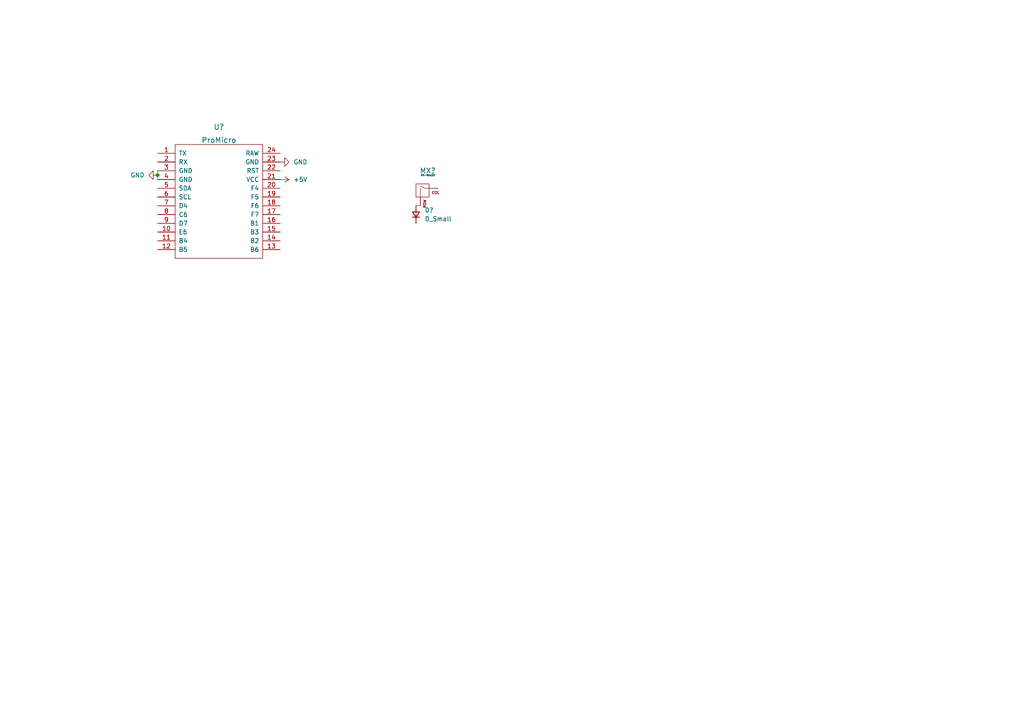
<source format=kicad_sch>
(kicad_sch (version 20211123) (generator eeschema)
  (paper "A4")
  (lib_symbols
    (symbol "Device:D_Small" (pin_numbers hide) (pin_names (offset 0.254) hide)
      (property "Reference" "D" (at -1.27 2.032 0))
      (property "Value" "D_Small" (at -3.81 -2.032 0))
      (symbol "D_Small_0_1"
        (polyline (pts (xy -0.762 -1.016) (xy -0.762 1.016)) (stroke (width 0.254)))
        (polyline (pts (xy -0.762 0) (xy 0.762 0)))
        (polyline (pts (xy 0.762 -1.016) (xy -0.762 0) (xy 0.762 1.016) (xy 0.762 -1.016)) (stroke (width 0.254)))
      )
      (symbol "D_Small_1_1"
        (pin passive line (at -2.54 0 0) (length 1.778) (name "K") (number "1"))
        (pin passive line (at 2.54 0 180) (length 1.778) (name "A") (number "2"))
      )
    )
    (symbol "MX_Alps_Hybrid:MX-NoLED" (pin_names (offset 1.016))
      (property "Reference" "MX" (at -0.635 3.81 0))
      (property "Value" "MX-NoLED" (at -0.635 1.27 0))
      (symbol "MX-NoLED_0_0"
        (rectangle (start -2.54 2.54) (end 1.27 -1.27))
        (polyline (pts (xy -1.27 -1.27) (xy -1.27 1.27)) (stroke (width 0.127)))
        (polyline (pts (xy 1.27 1.27) (xy 0 1.27) (xy -1.27 1.905)) (stroke (width 0.127)))
        (text "COL" (at 3.175 0 0) (effects (font (size 0.762 0.762))))
        (text "ROW" (at 0 -1.905 900) (effects (font (size 0.762 0.762)) (justify right)))
      )
      (symbol "MX-NoLED_1_1"
        (pin passive line (at 3.81 1.27 180) (length 2.54) (name "COL") (number "1"))
        (pin passive line (at -1.27 -3.81 90) (length 2.54) (name "ROW") (number "2"))
      )
    )
    (symbol "power:+5V" (power) (pin_names (offset 0))
      (property "Value" "+5V" (at 0 3.556 0))
      (symbol "+5V_0_1"
        (polyline (pts (xy -0.762 1.27) (xy 0 2.54)))
        (polyline (pts (xy 0 0) (xy 0 2.54)))
        (polyline (pts (xy 0 2.54) (xy 0.762 1.27)))
      )
      (symbol "+5V_1_1"
        (pin power_in line (at 0 0 90) (length 0) hide (name "+5V") (number "1"))
      )
    )
    (symbol "power:GND" (power) (pin_names (offset 0))
      (property "Value" "GND" (at 0 -3.81 0))
      (symbol "GND_0_1"
        (polyline (pts (xy 0 0) (xy 0 -1.27) (xy 1.27 -1.27) (xy 0 -2.54) (xy -1.27 -1.27) (xy 0 -1.27)))
      )
      (symbol "GND_1_1"
        (pin power_in line (at 0 0 270) (length 0) hide (name "GND") (number "1"))
      )
    )
    (symbol "promicro:ProMicro" (pin_names (offset 1.016))
      (property "Reference" "U" (at 0 24.13 0))
      (property "Value" "ProMicro" (at 0 -13.97 0))
      (symbol "ProMicro_0_1"
        (rectangle (start -12.7 21.59) (end 12.7 -11.43))
      )
      (symbol "ProMicro_1_1"
        (pin bidirectional line (at -17.78 19.05 0) (length 5.08) (name "TX") (number "1"))
        (pin bidirectional line (at -17.78 -3.81 0) (length 5.08) (name "E6") (number "10"))
        (pin bidirectional line (at -17.78 -6.35 0) (length 5.08) (name "B4") (number "11"))
        (pin bidirectional line (at -17.78 -8.89 0) (length 5.08) (name "B5") (number "12"))
        (pin bidirectional line (at 17.78 -8.89 180) (length 5.08) (name "B6") (number "13"))
        (pin bidirectional line (at 17.78 -6.35 180) (length 5.08) (name "B2") (number "14"))
        (pin bidirectional line (at 17.78 -3.81 180) (length 5.08) (name "B3") (number "15"))
        (pin bidirectional line (at 17.78 -1.27 180) (length 5.08) (name "B1") (number "16"))
        (pin bidirectional line (at 17.78 1.27 180) (length 5.08) (name "F7") (number "17"))
        (pin bidirectional line (at 17.78 3.81 180) (length 5.08) (name "F6") (number "18"))
        (pin bidirectional line (at 17.78 6.35 180) (length 5.08) (name "F5") (number "19"))
        (pin bidirectional line (at -17.78 16.51 0) (length 5.08) (name "RX") (number "2"))
        (pin bidirectional line (at 17.78 8.89 180) (length 5.08) (name "F4") (number "20"))
        (pin power_in line (at 17.78 11.43 180) (length 5.08) (name "VCC") (number "21"))
        (pin input line (at 17.78 13.97 180) (length 5.08) (name "RST") (number "22"))
        (pin power_in line (at 17.78 16.51 180) (length 5.08) (name "GND") (number "23"))
        (pin power_out line (at 17.78 19.05 180) (length 5.08) (name "RAW") (number "24"))
        (pin power_in line (at -17.78 13.97 0) (length 5.08) (name "GND") (number "3"))
        (pin power_in line (at -17.78 11.43 0) (length 5.08) (name "GND") (number "4"))
        (pin bidirectional line (at -17.78 8.89 0) (length 5.08) (name "SDA") (number "5"))
        (pin bidirectional line (at -17.78 6.35 0) (length 5.08) (name "SCL") (number "6"))
        (pin bidirectional line (at -17.78 3.81 0) (length 5.08) (name "D4") (number "7"))
        (pin bidirectional line (at -17.78 1.27 0) (length 5.08) (name "C6") (number "8"))
        (pin bidirectional line (at -17.78 -1.27 0) (length 5.08) (name "D7") (number "9"))
      )
    )
  )
  (junction (at 45.72 50.8))
  (wire (pts (xy 45.72 50.8) (xy 45.72 52.07)))
  (wire (pts (xy 45.72 49.53) (xy 45.72 50.8)))
  (wire (pts (xy 120.65 59.69) (xy 121.92 59.69)))
  (symbol (lib_id "power:+5V") (at 81.28 52.07 270) (unit 1)
    (property "Reference" "#PWR?" (effects hide))
    (property "Value" "+5V" (at 85.09 52.0699 90) (effects (justify left)))
  )
  (symbol (lib_id "power:GND") (at 45.72 50.8 270) (unit 1)
    (property "Reference" "#PWR?" (effects hide))
    (property "Value" "GND" (at 41.91 50.7999 90) (effects (justify right)))
  )
  (symbol (lib_id "MX_Alps_Hybrid:MX-NoLED") (at 123.19 55.88 0) (unit 1)
    (property "Reference" "MX?" (at 124.0756 49.53 0) (effects (font (size 1.524 1.524))))
    (property "Value" "MX-NoLED" (at 124.0756 50.8 0) (effects (font (size 0.508 0.508))))
  )
  (symbol (lib_id "Device:D_Small") (at 120.65 62.23 90) (unit 1)
    (property "Reference" "D?" (at 123.19 60.9599 90) (effects (justify right)))
    (property "Value" "D_Small" (at 123.19 63.4999 90) (effects (justify right)))
  )
  (symbol (lib_id "promicro:ProMicro") (at 63.5 63.5 0) (unit 1)
    (property "Reference" "U?" (at 63.5 36.83 0) (effects (font (size 1.524 1.524))))
    (property "Value" "ProMicro" (at 63.5 40.64 0) (effects (font (size 1.524 1.524))))
  )
  (symbol (lib_id "power:GND") (at 81.28 46.99 90) (unit 1)
    (property "Reference" "#PWR?" (effects hide))
    (property "Value" "GND" (at 85.09 46.9899 90) (effects (justify right)))
  )
)
</source>
